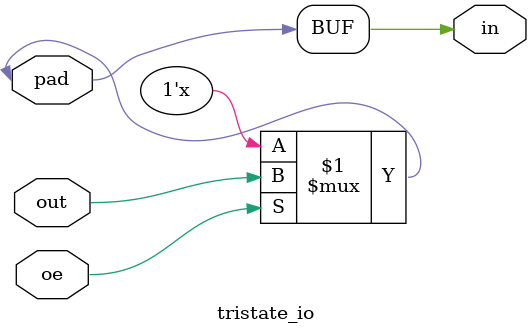
<source format=v>

module tristate_io (
	input wire out,
	input wire oe,
	output wire in,
	inout wire pad
);

`ifdef FPGA_ICE40

SB_IO #(
    .PIN_TYPE (6'b1010_01),
    .PULLUP   (1'b0)
) buffer (
    .PACKAGE_PIN   (pad),
    .OUTPUT_ENABLE (oe),
    .D_OUT_0       (out),
    .D_IN_0        (in)
);

`else

assign pad = oe ? out : 1'bz;
assign in = pad;

`endif

endmodule
</source>
